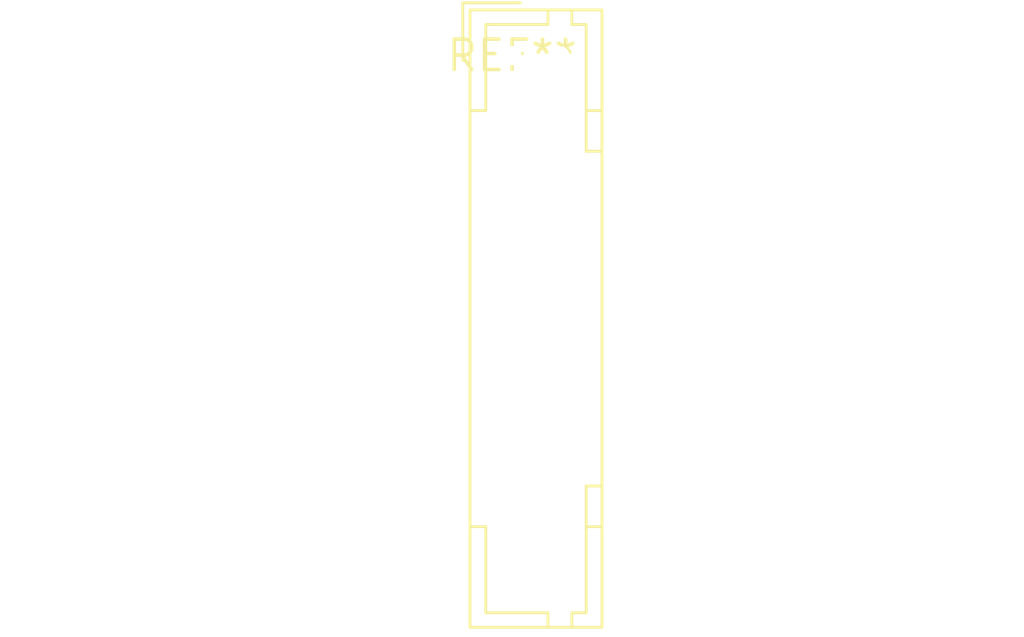
<source format=kicad_pcb>
(kicad_pcb (version 20240108) (generator pcbnew)
  (layers (0 "F.Cu" signal) (31 "B.Cu" signal) (34 "B.Paste" user) (35 "F.Paste" user) (36 "B.SilkS" user "B.Silkscreen") (37 "F.SilkS" user "F.Silkscreen") (38 "B.Mask" user) (39 "F.Mask" user) (44 "Edge.Cuts" user))
  (net 0 "")
  (footprint "JAE_LY20-24P-DT1_2x12_P2.00mm_Vertical" (layer "F.Cu") (at 0 0)
    (property "Reference" "REF**")
    (property "Value" "JAE_LY20-24P-DT1_2x12_P2.00mm_Vertical")
    (fp_line (start -2.06 -2.21) (end -2.06 0.2) (layer "F.SilkS") (stroke (width 0.12)))
    (fp_line (start -1.76 -1.91) (end -1.76 23.91) (layer "F.SilkS") (stroke (width 0.12)))
    (fp_line (start -1.76 23.91) (end 3.76 23.91) (layer "F.SilkS") (stroke (width 0.12)))
    (fp_line (start -1.1 -1.3) (end -1.1 2.3) (layer "F.SilkS") (stroke (width 0.12)))
    (fp_line (start -1.1 2.3) (end -1.76 2.3) (layer "F.SilkS") (stroke (width 0.12)))
    (fp_line (start -1.1 19.7) (end -1.76 19.7) (layer "F.SilkS") (stroke (width 0.12)))
    (fp_line (start -1.1 23.3) (end -1.1 19.7) (layer "F.SilkS") (stroke (width 0.12)))
    (fp_line (start 0.35 -2.21) (end -2.06 -2.21) (layer "F.SilkS") (stroke (width 0.12)))
    (fp_line (start 1.5 -1.91) (end 1.5 -1.3) (layer "F.SilkS") (stroke (width 0.12)))
    (fp_line (start 1.5 -1.3) (end -1.1 -1.3) (layer "F.SilkS") (stroke (width 0.12)))
    (fp_line (start 1.5 23.3) (end -1.1 23.3) (layer "F.SilkS") (stroke (width 0.12)))
    (fp_line (start 1.5 23.91) (end 1.5 23.3) (layer "F.SilkS") (stroke (width 0.12)))
    (fp_line (start 2.5 -1.91) (end 2.5 -1.3) (layer "F.SilkS") (stroke (width 0.12)))
    (fp_line (start 2.5 -1.3) (end 3.1 -1.3) (layer "F.SilkS") (stroke (width 0.12)))
    (fp_line (start 2.5 23.3) (end 3.1 23.3) (layer "F.SilkS") (stroke (width 0.12)))
    (fp_line (start 2.5 23.91) (end 2.5 23.3) (layer "F.SilkS") (stroke (width 0.12)))
    (fp_line (start 3.1 -1.3) (end 3.1 4) (layer "F.SilkS") (stroke (width 0.12)))
    (fp_line (start 3.1 4) (end 3.76 4) (layer "F.SilkS") (stroke (width 0.12)))
    (fp_line (start 3.1 18) (end 3.76 18) (layer "F.SilkS") (stroke (width 0.12)))
    (fp_line (start 3.1 23.3) (end 3.1 18) (layer "F.SilkS") (stroke (width 0.12)))
    (fp_line (start 3.76 -1.91) (end -1.76 -1.91) (layer "F.SilkS") (stroke (width 0.12)))
    (fp_line (start 3.76 2.3) (end 3.1 2.3) (layer "F.SilkS") (stroke (width 0.12)))
    (fp_line (start 3.76 19.7) (end 3.1 19.7) (layer "F.SilkS") (stroke (width 0.12)))
    (fp_line (start 3.76 23.91) (end 3.76 -1.91) (layer "F.SilkS") (stroke (width 0.12)))
    (pad "a1" thru_hole roundrect (at 0 0) (size 1.2 1.2) (drill 0.8) (layers *.Cu *.Mask) (remove_unused_layers) (roundrect_rratio 0.208333))
    (pad "a2" thru_hole circle (at 0 2) (size 1.2 1.2) (drill 0.8) (layers *.Cu *.Mask) (remove_unused_layers))
    (pad "a3" thru_hole circle (at 0 4) (size 1.2 1.2) (drill 0.8) (layers *.Cu *.Mask) (remove_unused_layers))
    (pad "a4" thru_hole circle (at 0 6) (size 1.2 1.2) (drill 0.8) (layers *.Cu *.Mask) (remove_unused_layers))
    (pad "a5" thru_hole circle (at 0 8) (size 1.2 1.2) (drill 0.8) (layers *.Cu *.Mask) (remove_unused_layers))
    (pad "a6" thru_hole circle (at 0 10) (size 1.2 1.2) (drill 0.8) (layers *.Cu *.Mask) (remove_unused_layers))
    (pad "a7" thru_hole circle (at 0 12) (size 1.2 1.2) (drill 0.8) (layers *.Cu *.Mask) (remove_unused_layers))
    (pad "a8" thru_hole circle (at 0 14) (size 1.2 1.2) (drill 0.8) (layers *.Cu *.Mask) (remove_unused_layers))
    (pad "a9" thru_hole circle (at 0 16) (size 1.2 1.2) (drill 0.8) (layers *.Cu *.Mask) (remove_unused_layers))
    (pad "a10" thru_hole circle (at 0 18) (size 1.2 1.2) (drill 0.8) (layers *.Cu *.Mask) (remove_unused_layers))
    (pad "a11" thru_hole circle (at 0 20) (size 1.2 1.2) (drill 0.8) (layers *.Cu *.Mask) (remove_unused_layers))
    (pad "a12" thru_hole circle (at 0 22) (size 1.2 1.2) (drill 0.8) (layers *.Cu *.Mask) (remove_unused_layers))
    (pad "b1" thru_hole circle (at 2 0) (size 1.2 1.2) (drill 0.8) (layers *.Cu *.Mask) (remove_unused_layers))
    (pad "b2" thru_hole circle (at 2 2) (size 1.2 1.2) (drill 0.8) (layers *.Cu *.Mask) (remove_unused_layers))
    (pad "b3" thru_hole circle (at 2 4) (size 1.2 1.2) (drill 0.8) (layers *.Cu *.Mask) (remove_unused_layers))
    (pad "b4" thru_hole circle (at 2 6) (size 1.2 1.2) (drill 0.8) (layers *.Cu *.Mask) (remove_unused_layers))
    (pad "b5" thru_hole circle (at 2 8) (size 1.2 1.2) (drill 0.8) (layers *.Cu *.Mask) (remove_unused_layers))
    (pad "b6" thru_hole circle (at 2 10) (size 1.2 1.2) (drill 0.8) (layers *.Cu *.Mask) (remove_unused_layers))
    (pad "b7" thru_hole circle (at 2 12) (size 1.2 1.2) (drill 0.8) (layers *.Cu *.Mask) (remove_unused_layers))
    (pad "b8" thru_hole circle (at 2 14) (size 1.2 1.2) (drill 0.8) (layers *.Cu *.Mask) (remove_unused_layers))
    (pad "b9" thru_hole circle (at 2 16) (size 1.2 1.2) (drill 0.8) (layers *.Cu *.Mask) (remove_unused_layers))
    (pad "b10" thru_hole circle (at 2 18) (size 1.2 1.2) (drill 0.8) (layers *.Cu *.Mask) (remove_unused_layers))
    (pad "b11" thru_hole circle (at 2 20) (size 1.2 1.2) (drill 0.8) (layers *.Cu *.Mask) (remove_unused_layers))
    (pad "b12" thru_hole circle (at 2 22) (size 1.2 1.2) (drill 0.8) (layers *.Cu *.Mask) (remove_unused_layers))
  )
)
</source>
